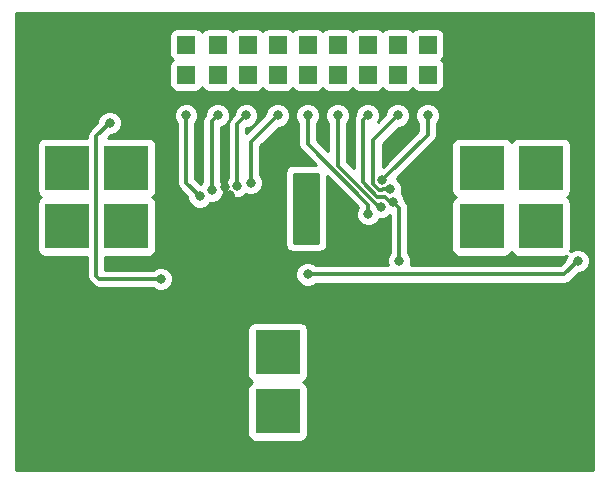
<source format=gbr>
G04 #@! TF.GenerationSoftware,KiCad,Pcbnew,(2017-02-05 revision 431abcf)-makepkg*
G04 #@! TF.CreationDate,2017-06-05T07:43:53+02:00*
G04 #@! TF.ProjectId,DIG4SWHI01A,44494734535748493031412E6B696361,rev?*
G04 #@! TF.FileFunction,Copper,L1,Top,Signal*
G04 #@! TF.FilePolarity,Positive*
%FSLAX46Y46*%
G04 Gerber Fmt 4.6, Leading zero omitted, Abs format (unit mm)*
G04 Created by KiCad (PCBNEW (2017-02-05 revision 431abcf)-makepkg) date 06/05/17 07:43:53*
%MOMM*%
%LPD*%
G01*
G04 APERTURE LIST*
%ADD10C,1.300000*%
%ADD11C,0.500000*%
%ADD12R,1.524000X1.524000*%
%ADD13C,6.000000*%
%ADD14R,3.810000X3.810000*%
%ADD15C,0.800000*%
%ADD16C,0.250000*%
%ADD17C,0.300000*%
%ADD18C,0.254000*%
G04 APERTURE END LIST*
D10*
D11*
X24927000Y22630000D03*
X24927000Y23630000D03*
X24927000Y24630000D03*
X24927000Y25630000D03*
X26127000Y25630000D03*
X26127000Y24630000D03*
X26127000Y23630000D03*
X26127000Y22630000D03*
D12*
X30734000Y34417000D03*
X30734000Y36957000D03*
D13*
X5080000Y5080000D03*
X45720000Y5080000D03*
X45720000Y35560000D03*
X5080000Y35560000D03*
D12*
X18034000Y34417000D03*
X18034000Y36957000D03*
X23114000Y36957000D03*
X23114000Y34417000D03*
X35814000Y34417000D03*
X35814000Y36957000D03*
X28194000Y36957000D03*
X28194000Y34417000D03*
X33274000Y36957000D03*
X33274000Y34417000D03*
X25654000Y34417000D03*
X25654000Y36957000D03*
X15367000Y34417000D03*
X15367000Y36957000D03*
X20574000Y36957000D03*
X20574000Y34417000D03*
X3175000Y11430000D03*
X3175000Y13970000D03*
D14*
X23114000Y10922000D03*
X23114000Y5922000D03*
X18034000Y5922000D03*
X18034000Y10922000D03*
X5287000Y21590000D03*
X10287000Y21590000D03*
X5287000Y26543000D03*
X10287000Y26543000D03*
X40386000Y26543000D03*
X45386000Y26543000D03*
X40386000Y21590000D03*
X45386000Y21590000D03*
X13081000Y5922000D03*
X13081000Y10922000D03*
X28194000Y10922000D03*
X28194000Y5922000D03*
X33274000Y5922000D03*
X33274000Y10922000D03*
X38354000Y10922000D03*
X38354000Y5922000D03*
D15*
X24638000Y27432000D03*
X23622000Y27432000D03*
X24130000Y28702000D03*
X22860000Y28702000D03*
X37592000Y30734000D03*
X37592000Y32004000D03*
X37592000Y33020000D03*
X37592000Y34036000D03*
X37592000Y35052000D03*
X37592000Y36068000D03*
X11684000Y38354000D03*
X10414000Y38354000D03*
X9144000Y38354000D03*
X9144000Y37084000D03*
X9144000Y35814000D03*
X9144000Y34544000D03*
X9144000Y33274000D03*
X9144000Y32004000D03*
X10414000Y8382000D03*
X10414000Y9906000D03*
X10414000Y11176000D03*
X9906000Y12700000D03*
X41148000Y9144000D03*
X41148000Y10414000D03*
X41148000Y11684000D03*
X41402000Y12954000D03*
X29210000Y19050000D03*
X40386000Y13970000D03*
X39116000Y13970000D03*
X38100000Y13970000D03*
X37084000Y13970000D03*
X35814000Y13970000D03*
X34544000Y13970000D03*
X33274000Y13970000D03*
X32004000Y13970000D03*
X30734000Y13970000D03*
X29464000Y13970000D03*
X28194000Y13970000D03*
X15875000Y13969998D03*
X14732000Y13969994D03*
X19431000Y13970000D03*
X18161000Y13970000D03*
X17018000Y13970000D03*
X13716000Y13970000D03*
X12446000Y13970000D03*
X11176000Y13970000D03*
X19044814Y24250777D03*
X18669000Y24892000D03*
X25654000Y17526000D03*
X24892000Y20574000D03*
X25908000Y21590000D03*
X24892000Y21590000D03*
X48514000Y18669000D03*
X13208000Y17145000D03*
X8890000Y30353000D03*
X32893000Y23637987D03*
X33401000Y18669000D03*
X30734000Y30988000D03*
X20828000Y25273006D03*
X23114000Y30988000D03*
X31959985Y25506802D03*
X35814000Y30988000D03*
X31877000Y23240998D03*
X28194000Y30988000D03*
X32639000Y24765000D03*
X33274000Y30988000D03*
X25654000Y30988000D03*
X30787228Y22630000D03*
X15367000Y30988000D03*
X16510000Y24130000D03*
X20447000Y30988006D03*
X19685000Y25019000D03*
X18034000Y30988000D03*
X17526000Y24638000D03*
D16*
X23622000Y27432000D02*
X24638000Y27432000D01*
X22860000Y28702000D02*
X24130000Y28702000D01*
X37592000Y32004000D02*
X37592000Y30734000D01*
X37592000Y34036000D02*
X37592000Y33020000D01*
X37592000Y36068000D02*
X37592000Y35052000D01*
X10414000Y38354000D02*
X11684000Y38354000D01*
X9144000Y37084000D02*
X9144000Y38354000D01*
X9144000Y34544000D02*
X9144000Y35814000D01*
X9144000Y32004000D02*
X9144000Y33274000D01*
X10414000Y9906000D02*
X10414000Y8382000D01*
X9906000Y12700000D02*
X9906000Y11684000D01*
X9906000Y11684000D02*
X10414000Y11176000D01*
X41148000Y10414000D02*
X41148000Y9144000D01*
X41402000Y12954000D02*
X41402000Y11938000D01*
X41402000Y11938000D02*
X41148000Y11684000D01*
X39116000Y13970000D02*
X40386000Y13970000D01*
X37084000Y13970000D02*
X38100000Y13970000D01*
X34544000Y13970000D02*
X35814000Y13970000D01*
X32004000Y13970000D02*
X33274000Y13970000D01*
X29464000Y13970000D02*
X30734000Y13970000D01*
X28194000Y10922000D02*
X28194000Y13970000D01*
X15874996Y13969994D02*
X15875000Y13969998D01*
X14732000Y13969994D02*
X15874996Y13969994D01*
X17018000Y13970000D02*
X18161000Y13970000D01*
X12446000Y13970000D02*
X13716000Y13970000D01*
X13081000Y10922000D02*
X13081000Y13077000D01*
X13081000Y13077000D02*
X12188000Y13970000D01*
X12188000Y13970000D02*
X11176000Y13970000D01*
D17*
X18669000Y24892000D02*
X18669000Y24626591D01*
X18669000Y24626591D02*
X19044814Y24250777D01*
X26219685Y17526000D02*
X25654000Y17526000D01*
X47371000Y17526000D02*
X26219685Y17526000D01*
X48514000Y18669000D02*
X47371000Y17526000D01*
D16*
X24892000Y21590000D02*
X25908000Y21590000D01*
D17*
X7747000Y17399000D02*
X8001000Y17145000D01*
X8001000Y17145000D02*
X13208000Y17145000D01*
X7747000Y29210000D02*
X7747000Y17399000D01*
X8890000Y30353000D02*
X7747000Y29210000D01*
X32175994Y24118002D02*
X32656009Y23637987D01*
X33401000Y23129987D02*
X33292999Y23237988D01*
X33292999Y23237988D02*
X32893000Y23637987D01*
X33401000Y18669000D02*
X33401000Y23129987D01*
X32656009Y23637987D02*
X32893000Y23637987D01*
X30334001Y25309243D02*
X31525242Y24118002D01*
X31525242Y24118002D02*
X32175994Y24118002D01*
X30734000Y30988000D02*
X30334001Y30588001D01*
X30334001Y30588001D02*
X30334001Y25309243D01*
X20828000Y25838691D02*
X20828000Y25273006D01*
X20828000Y28702000D02*
X20828000Y25838691D01*
X23114000Y30988000D02*
X20828000Y28702000D01*
X35814000Y29360817D02*
X32359984Y25906801D01*
X35814000Y30988000D02*
X35814000Y29360817D01*
X32359984Y25906801D02*
X31959985Y25506802D01*
X28194000Y30988000D02*
X28194000Y26742122D01*
X31695124Y23240998D02*
X31877000Y23240998D01*
X28194000Y26742122D02*
X31695124Y23240998D01*
X32073315Y24765000D02*
X32639000Y24765000D01*
X31712366Y24638000D02*
X31946315Y24638000D01*
X31946315Y24638000D02*
X32073315Y24765000D01*
X33274000Y30988000D02*
X31209975Y28923975D01*
X31209975Y28923975D02*
X31209975Y25140391D01*
X31209975Y25140391D02*
X31712366Y24638000D01*
X30787228Y23441772D02*
X25654000Y28575000D01*
X25654000Y28575000D02*
X25654000Y30988000D01*
X30787228Y22630000D02*
X30787228Y23441772D01*
X15367000Y30422315D02*
X15367000Y30988000D01*
X15367000Y25273000D02*
X15367000Y30422315D01*
X16510000Y24130000D02*
X15367000Y25273000D01*
X19685000Y30226006D02*
X20047001Y30588007D01*
X19685000Y25019000D02*
X19685000Y30226006D01*
X20047001Y30588007D02*
X20447000Y30988006D01*
X17634001Y30588001D02*
X18034000Y30988000D01*
X17526000Y30480000D02*
X17634001Y30588001D01*
X17526000Y24638000D02*
X17526000Y30480000D01*
D18*
G36*
X49836000Y964000D02*
X964000Y964000D01*
X964000Y12827000D01*
X20561560Y12827000D01*
X20561560Y9017000D01*
X20610843Y8769235D01*
X20751191Y8559191D01*
X20956510Y8422000D01*
X20751191Y8284809D01*
X20610843Y8074765D01*
X20561560Y7827000D01*
X20561560Y4017000D01*
X20610843Y3769235D01*
X20751191Y3559191D01*
X20961235Y3418843D01*
X21209000Y3369560D01*
X25019000Y3369560D01*
X25266765Y3418843D01*
X25476809Y3559191D01*
X25617157Y3769235D01*
X25666440Y4017000D01*
X25666440Y7827000D01*
X25617157Y8074765D01*
X25476809Y8284809D01*
X25271490Y8422000D01*
X25476809Y8559191D01*
X25617157Y8769235D01*
X25666440Y9017000D01*
X25666440Y12827000D01*
X25617157Y13074765D01*
X25476809Y13284809D01*
X25266765Y13425157D01*
X25019000Y13474440D01*
X21209000Y13474440D01*
X20961235Y13425157D01*
X20751191Y13284809D01*
X20610843Y13074765D01*
X20561560Y12827000D01*
X964000Y12827000D01*
X964000Y28448000D01*
X2734560Y28448000D01*
X2734560Y24638000D01*
X2783843Y24390235D01*
X2924191Y24180191D01*
X3094340Y24066500D01*
X2924191Y23952809D01*
X2783843Y23742765D01*
X2734560Y23495000D01*
X2734560Y19685000D01*
X2783843Y19437235D01*
X2924191Y19227191D01*
X3134235Y19086843D01*
X3382000Y19037560D01*
X6962000Y19037560D01*
X6962000Y17399000D01*
X7021755Y17098593D01*
X7191921Y16843921D01*
X7445921Y16589921D01*
X7700593Y16419755D01*
X8001000Y16360000D01*
X12529195Y16360000D01*
X12620954Y16268081D01*
X13001223Y16110180D01*
X13412971Y16109821D01*
X13793515Y16267058D01*
X14084919Y16557954D01*
X14242820Y16938223D01*
X14243179Y17349971D01*
X14085942Y17730515D01*
X13795046Y18021919D01*
X13414777Y18179820D01*
X13003029Y18180179D01*
X12622485Y18022942D01*
X12529381Y17930000D01*
X8532000Y17930000D01*
X8532000Y19037560D01*
X12192000Y19037560D01*
X12439765Y19086843D01*
X12649809Y19227191D01*
X12790157Y19437235D01*
X12839440Y19685000D01*
X12839440Y23495000D01*
X12790157Y23742765D01*
X12649809Y23952809D01*
X12479660Y24066500D01*
X12649809Y24180191D01*
X12790157Y24390235D01*
X12839440Y24638000D01*
X12839440Y28448000D01*
X12790157Y28695765D01*
X12649809Y28905809D01*
X12439765Y29046157D01*
X12192000Y29095440D01*
X8742598Y29095440D01*
X8965092Y29317934D01*
X9094971Y29317821D01*
X9475515Y29475058D01*
X9766919Y29765954D01*
X9924820Y30146223D01*
X9925179Y30557971D01*
X9832188Y30783029D01*
X14331821Y30783029D01*
X14489058Y30402485D01*
X14582000Y30309381D01*
X14582000Y25273000D01*
X14641755Y24972593D01*
X14811921Y24717921D01*
X15474934Y24054908D01*
X15474821Y23925029D01*
X15632058Y23544485D01*
X15922954Y23253081D01*
X16303223Y23095180D01*
X16714971Y23094821D01*
X17095515Y23252058D01*
X17386919Y23542954D01*
X17411893Y23603099D01*
X17730971Y23602821D01*
X18111515Y23760058D01*
X18402919Y24050954D01*
X18560820Y24431223D01*
X18561179Y24842971D01*
X18403942Y25223515D01*
X18311000Y25316619D01*
X18311000Y29982583D01*
X18619515Y30110058D01*
X18910919Y30400954D01*
X18956758Y30511348D01*
X18941158Y30432921D01*
X18900000Y30226006D01*
X18900000Y25697805D01*
X18808081Y25606046D01*
X18650180Y25225777D01*
X18649821Y24814029D01*
X18807058Y24433485D01*
X19097954Y24142081D01*
X19478223Y23984180D01*
X19889971Y23983821D01*
X20270515Y24141058D01*
X20442256Y24312499D01*
X20621223Y24238186D01*
X21032971Y24237827D01*
X21413515Y24395064D01*
X21704919Y24685960D01*
X21862820Y25066229D01*
X21863179Y25477977D01*
X21705942Y25858521D01*
X21613000Y25951625D01*
X21613000Y26162000D01*
X23749000Y26162000D01*
X23749000Y20066000D01*
X23797336Y19822996D01*
X23934987Y19616987D01*
X24140996Y19479336D01*
X24384000Y19431000D01*
X26670000Y19431000D01*
X26913004Y19479336D01*
X27119013Y19616987D01*
X27256664Y19822996D01*
X27305000Y20066000D01*
X27305000Y25813842D01*
X29907811Y23211031D01*
X29752408Y22836777D01*
X29752049Y22425029D01*
X29909286Y22044485D01*
X30200182Y21753081D01*
X30580451Y21595180D01*
X30992199Y21594821D01*
X31372743Y21752058D01*
X31664147Y22042954D01*
X31731901Y22206124D01*
X32081971Y22205819D01*
X32462515Y22363056D01*
X32616000Y22516273D01*
X32616000Y19347805D01*
X32524081Y19256046D01*
X32366180Y18875777D01*
X32365821Y18464029D01*
X32429051Y18311000D01*
X26332805Y18311000D01*
X26241046Y18402919D01*
X25860777Y18560820D01*
X25449029Y18561179D01*
X25068485Y18403942D01*
X24777081Y18113046D01*
X24619180Y17732777D01*
X24618821Y17321029D01*
X24776058Y16940485D01*
X25066954Y16649081D01*
X25447223Y16491180D01*
X25858971Y16490821D01*
X26239515Y16648058D01*
X26332619Y16741000D01*
X47371000Y16741000D01*
X47671407Y16800755D01*
X47926079Y16970921D01*
X48589092Y17633934D01*
X48718971Y17633821D01*
X49099515Y17791058D01*
X49390919Y18081954D01*
X49548820Y18462223D01*
X49549179Y18873971D01*
X49391942Y19254515D01*
X49101046Y19545919D01*
X48720777Y19703820D01*
X48309029Y19704179D01*
X47928485Y19546942D01*
X47906642Y19525137D01*
X47938440Y19685000D01*
X47938440Y23495000D01*
X47889157Y23742765D01*
X47748809Y23952809D01*
X47578660Y24066500D01*
X47748809Y24180191D01*
X47889157Y24390235D01*
X47938440Y24638000D01*
X47938440Y28448000D01*
X47889157Y28695765D01*
X47748809Y28905809D01*
X47538765Y29046157D01*
X47291000Y29095440D01*
X43481000Y29095440D01*
X43233235Y29046157D01*
X43023191Y28905809D01*
X42886000Y28700490D01*
X42748809Y28905809D01*
X42538765Y29046157D01*
X42291000Y29095440D01*
X38481000Y29095440D01*
X38233235Y29046157D01*
X38023191Y28905809D01*
X37882843Y28695765D01*
X37833560Y28448000D01*
X37833560Y24638000D01*
X37882843Y24390235D01*
X38023191Y24180191D01*
X38193340Y24066500D01*
X38023191Y23952809D01*
X37882843Y23742765D01*
X37833560Y23495000D01*
X37833560Y19685000D01*
X37882843Y19437235D01*
X38023191Y19227191D01*
X38233235Y19086843D01*
X38481000Y19037560D01*
X42291000Y19037560D01*
X42538765Y19086843D01*
X42748809Y19227191D01*
X42886000Y19432510D01*
X43023191Y19227191D01*
X43233235Y19086843D01*
X43481000Y19037560D01*
X47291000Y19037560D01*
X47538765Y19086843D01*
X47577596Y19112789D01*
X47479180Y18875777D01*
X47479065Y18744223D01*
X47045842Y18311000D01*
X34373027Y18311000D01*
X34435820Y18462223D01*
X34436179Y18873971D01*
X34278942Y19254515D01*
X34186000Y19347619D01*
X34186000Y23129987D01*
X34126245Y23430393D01*
X33956079Y23685066D01*
X33956076Y23685068D01*
X33928066Y23713079D01*
X33928179Y23842958D01*
X33770942Y24223502D01*
X33604193Y24390542D01*
X33673820Y24558223D01*
X33674179Y24969971D01*
X33516942Y25350515D01*
X33226046Y25641919D01*
X33211359Y25648018D01*
X36369079Y28805738D01*
X36539245Y29060410D01*
X36599000Y29360817D01*
X36599000Y30309195D01*
X36690919Y30400954D01*
X36848820Y30781223D01*
X36849179Y31192971D01*
X36691942Y31573515D01*
X36401046Y31864919D01*
X36020777Y32022820D01*
X35609029Y32023179D01*
X35228485Y31865942D01*
X34937081Y31575046D01*
X34779180Y31194777D01*
X34778821Y30783029D01*
X34936058Y30402485D01*
X35029000Y30309381D01*
X35029000Y29685975D01*
X31994975Y26651950D01*
X31994975Y28598817D01*
X33349092Y29952934D01*
X33478971Y29952821D01*
X33859515Y30110058D01*
X34150919Y30400954D01*
X34308820Y30781223D01*
X34309179Y31192971D01*
X34151942Y31573515D01*
X33861046Y31864919D01*
X33480777Y32022820D01*
X33069029Y32023179D01*
X32688485Y31865942D01*
X32397081Y31575046D01*
X32239180Y31194777D01*
X32239065Y31063223D01*
X31635149Y30459307D01*
X31768820Y30781223D01*
X31769179Y31192971D01*
X31611942Y31573515D01*
X31321046Y31864919D01*
X30940777Y32022820D01*
X30529029Y32023179D01*
X30148485Y31865942D01*
X29857081Y31575046D01*
X29699180Y31194777D01*
X29699031Y31023514D01*
X29608756Y30888408D01*
X29587408Y30781085D01*
X29549001Y30588001D01*
X29549001Y26497279D01*
X28979000Y27067280D01*
X28979000Y30309195D01*
X29070919Y30400954D01*
X29228820Y30781223D01*
X29229179Y31192971D01*
X29071942Y31573515D01*
X28781046Y31864919D01*
X28400777Y32022820D01*
X27989029Y32023179D01*
X27608485Y31865942D01*
X27317081Y31575046D01*
X27159180Y31194777D01*
X27158821Y30783029D01*
X27316058Y30402485D01*
X27409000Y30309381D01*
X27409000Y27930158D01*
X26439000Y28900158D01*
X26439000Y30309195D01*
X26530919Y30400954D01*
X26688820Y30781223D01*
X26689179Y31192971D01*
X26531942Y31573515D01*
X26241046Y31864919D01*
X25860777Y32022820D01*
X25449029Y32023179D01*
X25068485Y31865942D01*
X24777081Y31575046D01*
X24619180Y31194777D01*
X24618821Y30783029D01*
X24776058Y30402485D01*
X24869000Y30309381D01*
X24869000Y28575000D01*
X24928755Y28274593D01*
X25098921Y28019921D01*
X26321842Y26797000D01*
X24384000Y26797000D01*
X24140996Y26748664D01*
X23934987Y26611013D01*
X23797336Y26405004D01*
X23749000Y26162000D01*
X21613000Y26162000D01*
X21613000Y28376842D01*
X23189092Y29952934D01*
X23318971Y29952821D01*
X23699515Y30110058D01*
X23990919Y30400954D01*
X24148820Y30781223D01*
X24149179Y31192971D01*
X23991942Y31573515D01*
X23701046Y31864919D01*
X23320777Y32022820D01*
X22909029Y32023179D01*
X22528485Y31865942D01*
X22237081Y31575046D01*
X22079180Y31194777D01*
X22079065Y31063223D01*
X20470000Y29454158D01*
X20470000Y29900848D01*
X20522092Y29952940D01*
X20651971Y29952827D01*
X21032515Y30110064D01*
X21323919Y30400960D01*
X21481820Y30781229D01*
X21482179Y31192977D01*
X21324942Y31573521D01*
X21034046Y31864925D01*
X20653777Y32022826D01*
X20242029Y32023185D01*
X19861485Y31865948D01*
X19570081Y31575052D01*
X19412180Y31194783D01*
X19412065Y31063229D01*
X19129921Y30781085D01*
X18968364Y30539297D01*
X19068820Y30781223D01*
X19069179Y31192971D01*
X18911942Y31573515D01*
X18621046Y31864919D01*
X18240777Y32022820D01*
X17829029Y32023179D01*
X17448485Y31865942D01*
X17157081Y31575046D01*
X16999180Y31194777D01*
X16999065Y31063223D01*
X16970921Y31035079D01*
X16800755Y30780407D01*
X16750232Y30526413D01*
X16741000Y30480000D01*
X16741000Y25316805D01*
X16649081Y25225046D01*
X16624107Y25164901D01*
X16585223Y25164935D01*
X16152000Y25598158D01*
X16152000Y30309195D01*
X16243919Y30400954D01*
X16401820Y30781223D01*
X16402179Y31192971D01*
X16244942Y31573515D01*
X15954046Y31864919D01*
X15573777Y32022820D01*
X15162029Y32023179D01*
X14781485Y31865942D01*
X14490081Y31575046D01*
X14332180Y31194777D01*
X14331821Y30783029D01*
X9832188Y30783029D01*
X9767942Y30938515D01*
X9477046Y31229919D01*
X9096777Y31387820D01*
X8685029Y31388179D01*
X8304485Y31230942D01*
X8013081Y30940046D01*
X7855180Y30559777D01*
X7855065Y30428223D01*
X7191921Y29765079D01*
X7021755Y29510407D01*
X6983447Y29317821D01*
X6962000Y29210000D01*
X6962000Y29095440D01*
X3382000Y29095440D01*
X3134235Y29046157D01*
X2924191Y28905809D01*
X2783843Y28695765D01*
X2734560Y28448000D01*
X964000Y28448000D01*
X964000Y37719000D01*
X13957560Y37719000D01*
X13957560Y36195000D01*
X14006843Y35947235D01*
X14147191Y35737191D01*
X14222307Y35687000D01*
X14147191Y35636809D01*
X14006843Y35426765D01*
X13957560Y35179000D01*
X13957560Y33655000D01*
X14006843Y33407235D01*
X14147191Y33197191D01*
X14357235Y33056843D01*
X14605000Y33007560D01*
X16129000Y33007560D01*
X16376765Y33056843D01*
X16586809Y33197191D01*
X16700500Y33367340D01*
X16814191Y33197191D01*
X17024235Y33056843D01*
X17272000Y33007560D01*
X18796000Y33007560D01*
X19043765Y33056843D01*
X19253809Y33197191D01*
X19304000Y33272307D01*
X19354191Y33197191D01*
X19564235Y33056843D01*
X19812000Y33007560D01*
X21336000Y33007560D01*
X21583765Y33056843D01*
X21793809Y33197191D01*
X21844000Y33272307D01*
X21894191Y33197191D01*
X22104235Y33056843D01*
X22352000Y33007560D01*
X23876000Y33007560D01*
X24123765Y33056843D01*
X24333809Y33197191D01*
X24384000Y33272307D01*
X24434191Y33197191D01*
X24644235Y33056843D01*
X24892000Y33007560D01*
X26416000Y33007560D01*
X26663765Y33056843D01*
X26873809Y33197191D01*
X26924000Y33272307D01*
X26974191Y33197191D01*
X27184235Y33056843D01*
X27432000Y33007560D01*
X28956000Y33007560D01*
X29203765Y33056843D01*
X29413809Y33197191D01*
X29464000Y33272307D01*
X29514191Y33197191D01*
X29724235Y33056843D01*
X29972000Y33007560D01*
X31496000Y33007560D01*
X31743765Y33056843D01*
X31953809Y33197191D01*
X32004000Y33272307D01*
X32054191Y33197191D01*
X32264235Y33056843D01*
X32512000Y33007560D01*
X34036000Y33007560D01*
X34283765Y33056843D01*
X34493809Y33197191D01*
X34544000Y33272307D01*
X34594191Y33197191D01*
X34804235Y33056843D01*
X35052000Y33007560D01*
X36576000Y33007560D01*
X36823765Y33056843D01*
X37033809Y33197191D01*
X37174157Y33407235D01*
X37223440Y33655000D01*
X37223440Y35179000D01*
X37174157Y35426765D01*
X37033809Y35636809D01*
X36958693Y35687000D01*
X37033809Y35737191D01*
X37174157Y35947235D01*
X37223440Y36195000D01*
X37223440Y37719000D01*
X37174157Y37966765D01*
X37033809Y38176809D01*
X36823765Y38317157D01*
X36576000Y38366440D01*
X35052000Y38366440D01*
X34804235Y38317157D01*
X34594191Y38176809D01*
X34544000Y38101693D01*
X34493809Y38176809D01*
X34283765Y38317157D01*
X34036000Y38366440D01*
X32512000Y38366440D01*
X32264235Y38317157D01*
X32054191Y38176809D01*
X32004000Y38101693D01*
X31953809Y38176809D01*
X31743765Y38317157D01*
X31496000Y38366440D01*
X29972000Y38366440D01*
X29724235Y38317157D01*
X29514191Y38176809D01*
X29464000Y38101693D01*
X29413809Y38176809D01*
X29203765Y38317157D01*
X28956000Y38366440D01*
X27432000Y38366440D01*
X27184235Y38317157D01*
X26974191Y38176809D01*
X26924000Y38101693D01*
X26873809Y38176809D01*
X26663765Y38317157D01*
X26416000Y38366440D01*
X24892000Y38366440D01*
X24644235Y38317157D01*
X24434191Y38176809D01*
X24384000Y38101693D01*
X24333809Y38176809D01*
X24123765Y38317157D01*
X23876000Y38366440D01*
X22352000Y38366440D01*
X22104235Y38317157D01*
X21894191Y38176809D01*
X21844000Y38101693D01*
X21793809Y38176809D01*
X21583765Y38317157D01*
X21336000Y38366440D01*
X19812000Y38366440D01*
X19564235Y38317157D01*
X19354191Y38176809D01*
X19304000Y38101693D01*
X19253809Y38176809D01*
X19043765Y38317157D01*
X18796000Y38366440D01*
X17272000Y38366440D01*
X17024235Y38317157D01*
X16814191Y38176809D01*
X16700500Y38006660D01*
X16586809Y38176809D01*
X16376765Y38317157D01*
X16129000Y38366440D01*
X14605000Y38366440D01*
X14357235Y38317157D01*
X14147191Y38176809D01*
X14006843Y37966765D01*
X13957560Y37719000D01*
X964000Y37719000D01*
X964000Y39676000D01*
X49836000Y39676000D01*
X49836000Y964000D01*
X49836000Y964000D01*
G37*
X49836000Y964000D02*
X964000Y964000D01*
X964000Y12827000D01*
X20561560Y12827000D01*
X20561560Y9017000D01*
X20610843Y8769235D01*
X20751191Y8559191D01*
X20956510Y8422000D01*
X20751191Y8284809D01*
X20610843Y8074765D01*
X20561560Y7827000D01*
X20561560Y4017000D01*
X20610843Y3769235D01*
X20751191Y3559191D01*
X20961235Y3418843D01*
X21209000Y3369560D01*
X25019000Y3369560D01*
X25266765Y3418843D01*
X25476809Y3559191D01*
X25617157Y3769235D01*
X25666440Y4017000D01*
X25666440Y7827000D01*
X25617157Y8074765D01*
X25476809Y8284809D01*
X25271490Y8422000D01*
X25476809Y8559191D01*
X25617157Y8769235D01*
X25666440Y9017000D01*
X25666440Y12827000D01*
X25617157Y13074765D01*
X25476809Y13284809D01*
X25266765Y13425157D01*
X25019000Y13474440D01*
X21209000Y13474440D01*
X20961235Y13425157D01*
X20751191Y13284809D01*
X20610843Y13074765D01*
X20561560Y12827000D01*
X964000Y12827000D01*
X964000Y28448000D01*
X2734560Y28448000D01*
X2734560Y24638000D01*
X2783843Y24390235D01*
X2924191Y24180191D01*
X3094340Y24066500D01*
X2924191Y23952809D01*
X2783843Y23742765D01*
X2734560Y23495000D01*
X2734560Y19685000D01*
X2783843Y19437235D01*
X2924191Y19227191D01*
X3134235Y19086843D01*
X3382000Y19037560D01*
X6962000Y19037560D01*
X6962000Y17399000D01*
X7021755Y17098593D01*
X7191921Y16843921D01*
X7445921Y16589921D01*
X7700593Y16419755D01*
X8001000Y16360000D01*
X12529195Y16360000D01*
X12620954Y16268081D01*
X13001223Y16110180D01*
X13412971Y16109821D01*
X13793515Y16267058D01*
X14084919Y16557954D01*
X14242820Y16938223D01*
X14243179Y17349971D01*
X14085942Y17730515D01*
X13795046Y18021919D01*
X13414777Y18179820D01*
X13003029Y18180179D01*
X12622485Y18022942D01*
X12529381Y17930000D01*
X8532000Y17930000D01*
X8532000Y19037560D01*
X12192000Y19037560D01*
X12439765Y19086843D01*
X12649809Y19227191D01*
X12790157Y19437235D01*
X12839440Y19685000D01*
X12839440Y23495000D01*
X12790157Y23742765D01*
X12649809Y23952809D01*
X12479660Y24066500D01*
X12649809Y24180191D01*
X12790157Y24390235D01*
X12839440Y24638000D01*
X12839440Y28448000D01*
X12790157Y28695765D01*
X12649809Y28905809D01*
X12439765Y29046157D01*
X12192000Y29095440D01*
X8742598Y29095440D01*
X8965092Y29317934D01*
X9094971Y29317821D01*
X9475515Y29475058D01*
X9766919Y29765954D01*
X9924820Y30146223D01*
X9925179Y30557971D01*
X9832188Y30783029D01*
X14331821Y30783029D01*
X14489058Y30402485D01*
X14582000Y30309381D01*
X14582000Y25273000D01*
X14641755Y24972593D01*
X14811921Y24717921D01*
X15474934Y24054908D01*
X15474821Y23925029D01*
X15632058Y23544485D01*
X15922954Y23253081D01*
X16303223Y23095180D01*
X16714971Y23094821D01*
X17095515Y23252058D01*
X17386919Y23542954D01*
X17411893Y23603099D01*
X17730971Y23602821D01*
X18111515Y23760058D01*
X18402919Y24050954D01*
X18560820Y24431223D01*
X18561179Y24842971D01*
X18403942Y25223515D01*
X18311000Y25316619D01*
X18311000Y29982583D01*
X18619515Y30110058D01*
X18910919Y30400954D01*
X18956758Y30511348D01*
X18941158Y30432921D01*
X18900000Y30226006D01*
X18900000Y25697805D01*
X18808081Y25606046D01*
X18650180Y25225777D01*
X18649821Y24814029D01*
X18807058Y24433485D01*
X19097954Y24142081D01*
X19478223Y23984180D01*
X19889971Y23983821D01*
X20270515Y24141058D01*
X20442256Y24312499D01*
X20621223Y24238186D01*
X21032971Y24237827D01*
X21413515Y24395064D01*
X21704919Y24685960D01*
X21862820Y25066229D01*
X21863179Y25477977D01*
X21705942Y25858521D01*
X21613000Y25951625D01*
X21613000Y26162000D01*
X23749000Y26162000D01*
X23749000Y20066000D01*
X23797336Y19822996D01*
X23934987Y19616987D01*
X24140996Y19479336D01*
X24384000Y19431000D01*
X26670000Y19431000D01*
X26913004Y19479336D01*
X27119013Y19616987D01*
X27256664Y19822996D01*
X27305000Y20066000D01*
X27305000Y25813842D01*
X29907811Y23211031D01*
X29752408Y22836777D01*
X29752049Y22425029D01*
X29909286Y22044485D01*
X30200182Y21753081D01*
X30580451Y21595180D01*
X30992199Y21594821D01*
X31372743Y21752058D01*
X31664147Y22042954D01*
X31731901Y22206124D01*
X32081971Y22205819D01*
X32462515Y22363056D01*
X32616000Y22516273D01*
X32616000Y19347805D01*
X32524081Y19256046D01*
X32366180Y18875777D01*
X32365821Y18464029D01*
X32429051Y18311000D01*
X26332805Y18311000D01*
X26241046Y18402919D01*
X25860777Y18560820D01*
X25449029Y18561179D01*
X25068485Y18403942D01*
X24777081Y18113046D01*
X24619180Y17732777D01*
X24618821Y17321029D01*
X24776058Y16940485D01*
X25066954Y16649081D01*
X25447223Y16491180D01*
X25858971Y16490821D01*
X26239515Y16648058D01*
X26332619Y16741000D01*
X47371000Y16741000D01*
X47671407Y16800755D01*
X47926079Y16970921D01*
X48589092Y17633934D01*
X48718971Y17633821D01*
X49099515Y17791058D01*
X49390919Y18081954D01*
X49548820Y18462223D01*
X49549179Y18873971D01*
X49391942Y19254515D01*
X49101046Y19545919D01*
X48720777Y19703820D01*
X48309029Y19704179D01*
X47928485Y19546942D01*
X47906642Y19525137D01*
X47938440Y19685000D01*
X47938440Y23495000D01*
X47889157Y23742765D01*
X47748809Y23952809D01*
X47578660Y24066500D01*
X47748809Y24180191D01*
X47889157Y24390235D01*
X47938440Y24638000D01*
X47938440Y28448000D01*
X47889157Y28695765D01*
X47748809Y28905809D01*
X47538765Y29046157D01*
X47291000Y29095440D01*
X43481000Y29095440D01*
X43233235Y29046157D01*
X43023191Y28905809D01*
X42886000Y28700490D01*
X42748809Y28905809D01*
X42538765Y29046157D01*
X42291000Y29095440D01*
X38481000Y29095440D01*
X38233235Y29046157D01*
X38023191Y28905809D01*
X37882843Y28695765D01*
X37833560Y28448000D01*
X37833560Y24638000D01*
X37882843Y24390235D01*
X38023191Y24180191D01*
X38193340Y24066500D01*
X38023191Y23952809D01*
X37882843Y23742765D01*
X37833560Y23495000D01*
X37833560Y19685000D01*
X37882843Y19437235D01*
X38023191Y19227191D01*
X38233235Y19086843D01*
X38481000Y19037560D01*
X42291000Y19037560D01*
X42538765Y19086843D01*
X42748809Y19227191D01*
X42886000Y19432510D01*
X43023191Y19227191D01*
X43233235Y19086843D01*
X43481000Y19037560D01*
X47291000Y19037560D01*
X47538765Y19086843D01*
X47577596Y19112789D01*
X47479180Y18875777D01*
X47479065Y18744223D01*
X47045842Y18311000D01*
X34373027Y18311000D01*
X34435820Y18462223D01*
X34436179Y18873971D01*
X34278942Y19254515D01*
X34186000Y19347619D01*
X34186000Y23129987D01*
X34126245Y23430393D01*
X33956079Y23685066D01*
X33956076Y23685068D01*
X33928066Y23713079D01*
X33928179Y23842958D01*
X33770942Y24223502D01*
X33604193Y24390542D01*
X33673820Y24558223D01*
X33674179Y24969971D01*
X33516942Y25350515D01*
X33226046Y25641919D01*
X33211359Y25648018D01*
X36369079Y28805738D01*
X36539245Y29060410D01*
X36599000Y29360817D01*
X36599000Y30309195D01*
X36690919Y30400954D01*
X36848820Y30781223D01*
X36849179Y31192971D01*
X36691942Y31573515D01*
X36401046Y31864919D01*
X36020777Y32022820D01*
X35609029Y32023179D01*
X35228485Y31865942D01*
X34937081Y31575046D01*
X34779180Y31194777D01*
X34778821Y30783029D01*
X34936058Y30402485D01*
X35029000Y30309381D01*
X35029000Y29685975D01*
X31994975Y26651950D01*
X31994975Y28598817D01*
X33349092Y29952934D01*
X33478971Y29952821D01*
X33859515Y30110058D01*
X34150919Y30400954D01*
X34308820Y30781223D01*
X34309179Y31192971D01*
X34151942Y31573515D01*
X33861046Y31864919D01*
X33480777Y32022820D01*
X33069029Y32023179D01*
X32688485Y31865942D01*
X32397081Y31575046D01*
X32239180Y31194777D01*
X32239065Y31063223D01*
X31635149Y30459307D01*
X31768820Y30781223D01*
X31769179Y31192971D01*
X31611942Y31573515D01*
X31321046Y31864919D01*
X30940777Y32022820D01*
X30529029Y32023179D01*
X30148485Y31865942D01*
X29857081Y31575046D01*
X29699180Y31194777D01*
X29699031Y31023514D01*
X29608756Y30888408D01*
X29587408Y30781085D01*
X29549001Y30588001D01*
X29549001Y26497279D01*
X28979000Y27067280D01*
X28979000Y30309195D01*
X29070919Y30400954D01*
X29228820Y30781223D01*
X29229179Y31192971D01*
X29071942Y31573515D01*
X28781046Y31864919D01*
X28400777Y32022820D01*
X27989029Y32023179D01*
X27608485Y31865942D01*
X27317081Y31575046D01*
X27159180Y31194777D01*
X27158821Y30783029D01*
X27316058Y30402485D01*
X27409000Y30309381D01*
X27409000Y27930158D01*
X26439000Y28900158D01*
X26439000Y30309195D01*
X26530919Y30400954D01*
X26688820Y30781223D01*
X26689179Y31192971D01*
X26531942Y31573515D01*
X26241046Y31864919D01*
X25860777Y32022820D01*
X25449029Y32023179D01*
X25068485Y31865942D01*
X24777081Y31575046D01*
X24619180Y31194777D01*
X24618821Y30783029D01*
X24776058Y30402485D01*
X24869000Y30309381D01*
X24869000Y28575000D01*
X24928755Y28274593D01*
X25098921Y28019921D01*
X26321842Y26797000D01*
X24384000Y26797000D01*
X24140996Y26748664D01*
X23934987Y26611013D01*
X23797336Y26405004D01*
X23749000Y26162000D01*
X21613000Y26162000D01*
X21613000Y28376842D01*
X23189092Y29952934D01*
X23318971Y29952821D01*
X23699515Y30110058D01*
X23990919Y30400954D01*
X24148820Y30781223D01*
X24149179Y31192971D01*
X23991942Y31573515D01*
X23701046Y31864919D01*
X23320777Y32022820D01*
X22909029Y32023179D01*
X22528485Y31865942D01*
X22237081Y31575046D01*
X22079180Y31194777D01*
X22079065Y31063223D01*
X20470000Y29454158D01*
X20470000Y29900848D01*
X20522092Y29952940D01*
X20651971Y29952827D01*
X21032515Y30110064D01*
X21323919Y30400960D01*
X21481820Y30781229D01*
X21482179Y31192977D01*
X21324942Y31573521D01*
X21034046Y31864925D01*
X20653777Y32022826D01*
X20242029Y32023185D01*
X19861485Y31865948D01*
X19570081Y31575052D01*
X19412180Y31194783D01*
X19412065Y31063229D01*
X19129921Y30781085D01*
X18968364Y30539297D01*
X19068820Y30781223D01*
X19069179Y31192971D01*
X18911942Y31573515D01*
X18621046Y31864919D01*
X18240777Y32022820D01*
X17829029Y32023179D01*
X17448485Y31865942D01*
X17157081Y31575046D01*
X16999180Y31194777D01*
X16999065Y31063223D01*
X16970921Y31035079D01*
X16800755Y30780407D01*
X16750232Y30526413D01*
X16741000Y30480000D01*
X16741000Y25316805D01*
X16649081Y25225046D01*
X16624107Y25164901D01*
X16585223Y25164935D01*
X16152000Y25598158D01*
X16152000Y30309195D01*
X16243919Y30400954D01*
X16401820Y30781223D01*
X16402179Y31192971D01*
X16244942Y31573515D01*
X15954046Y31864919D01*
X15573777Y32022820D01*
X15162029Y32023179D01*
X14781485Y31865942D01*
X14490081Y31575046D01*
X14332180Y31194777D01*
X14331821Y30783029D01*
X9832188Y30783029D01*
X9767942Y30938515D01*
X9477046Y31229919D01*
X9096777Y31387820D01*
X8685029Y31388179D01*
X8304485Y31230942D01*
X8013081Y30940046D01*
X7855180Y30559777D01*
X7855065Y30428223D01*
X7191921Y29765079D01*
X7021755Y29510407D01*
X6983447Y29317821D01*
X6962000Y29210000D01*
X6962000Y29095440D01*
X3382000Y29095440D01*
X3134235Y29046157D01*
X2924191Y28905809D01*
X2783843Y28695765D01*
X2734560Y28448000D01*
X964000Y28448000D01*
X964000Y37719000D01*
X13957560Y37719000D01*
X13957560Y36195000D01*
X14006843Y35947235D01*
X14147191Y35737191D01*
X14222307Y35687000D01*
X14147191Y35636809D01*
X14006843Y35426765D01*
X13957560Y35179000D01*
X13957560Y33655000D01*
X14006843Y33407235D01*
X14147191Y33197191D01*
X14357235Y33056843D01*
X14605000Y33007560D01*
X16129000Y33007560D01*
X16376765Y33056843D01*
X16586809Y33197191D01*
X16700500Y33367340D01*
X16814191Y33197191D01*
X17024235Y33056843D01*
X17272000Y33007560D01*
X18796000Y33007560D01*
X19043765Y33056843D01*
X19253809Y33197191D01*
X19304000Y33272307D01*
X19354191Y33197191D01*
X19564235Y33056843D01*
X19812000Y33007560D01*
X21336000Y33007560D01*
X21583765Y33056843D01*
X21793809Y33197191D01*
X21844000Y33272307D01*
X21894191Y33197191D01*
X22104235Y33056843D01*
X22352000Y33007560D01*
X23876000Y33007560D01*
X24123765Y33056843D01*
X24333809Y33197191D01*
X24384000Y33272307D01*
X24434191Y33197191D01*
X24644235Y33056843D01*
X24892000Y33007560D01*
X26416000Y33007560D01*
X26663765Y33056843D01*
X26873809Y33197191D01*
X26924000Y33272307D01*
X26974191Y33197191D01*
X27184235Y33056843D01*
X27432000Y33007560D01*
X28956000Y33007560D01*
X29203765Y33056843D01*
X29413809Y33197191D01*
X29464000Y33272307D01*
X29514191Y33197191D01*
X29724235Y33056843D01*
X29972000Y33007560D01*
X31496000Y33007560D01*
X31743765Y33056843D01*
X31953809Y33197191D01*
X32004000Y33272307D01*
X32054191Y33197191D01*
X32264235Y33056843D01*
X32512000Y33007560D01*
X34036000Y33007560D01*
X34283765Y33056843D01*
X34493809Y33197191D01*
X34544000Y33272307D01*
X34594191Y33197191D01*
X34804235Y33056843D01*
X35052000Y33007560D01*
X36576000Y33007560D01*
X36823765Y33056843D01*
X37033809Y33197191D01*
X37174157Y33407235D01*
X37223440Y33655000D01*
X37223440Y35179000D01*
X37174157Y35426765D01*
X37033809Y35636809D01*
X36958693Y35687000D01*
X37033809Y35737191D01*
X37174157Y35947235D01*
X37223440Y36195000D01*
X37223440Y37719000D01*
X37174157Y37966765D01*
X37033809Y38176809D01*
X36823765Y38317157D01*
X36576000Y38366440D01*
X35052000Y38366440D01*
X34804235Y38317157D01*
X34594191Y38176809D01*
X34544000Y38101693D01*
X34493809Y38176809D01*
X34283765Y38317157D01*
X34036000Y38366440D01*
X32512000Y38366440D01*
X32264235Y38317157D01*
X32054191Y38176809D01*
X32004000Y38101693D01*
X31953809Y38176809D01*
X31743765Y38317157D01*
X31496000Y38366440D01*
X29972000Y38366440D01*
X29724235Y38317157D01*
X29514191Y38176809D01*
X29464000Y38101693D01*
X29413809Y38176809D01*
X29203765Y38317157D01*
X28956000Y38366440D01*
X27432000Y38366440D01*
X27184235Y38317157D01*
X26974191Y38176809D01*
X26924000Y38101693D01*
X26873809Y38176809D01*
X26663765Y38317157D01*
X26416000Y38366440D01*
X24892000Y38366440D01*
X24644235Y38317157D01*
X24434191Y38176809D01*
X24384000Y38101693D01*
X24333809Y38176809D01*
X24123765Y38317157D01*
X23876000Y38366440D01*
X22352000Y38366440D01*
X22104235Y38317157D01*
X21894191Y38176809D01*
X21844000Y38101693D01*
X21793809Y38176809D01*
X21583765Y38317157D01*
X21336000Y38366440D01*
X19812000Y38366440D01*
X19564235Y38317157D01*
X19354191Y38176809D01*
X19304000Y38101693D01*
X19253809Y38176809D01*
X19043765Y38317157D01*
X18796000Y38366440D01*
X17272000Y38366440D01*
X17024235Y38317157D01*
X16814191Y38176809D01*
X16700500Y38006660D01*
X16586809Y38176809D01*
X16376765Y38317157D01*
X16129000Y38366440D01*
X14605000Y38366440D01*
X14357235Y38317157D01*
X14147191Y38176809D01*
X14006843Y37966765D01*
X13957560Y37719000D01*
X964000Y37719000D01*
X964000Y39676000D01*
X49836000Y39676000D01*
X49836000Y964000D01*
G36*
X26543000Y20193000D02*
X24511000Y20193000D01*
X24511000Y26035000D01*
X26543000Y26035000D01*
X26543000Y20193000D01*
X26543000Y20193000D01*
G37*
X26543000Y20193000D02*
X24511000Y20193000D01*
X24511000Y26035000D01*
X26543000Y26035000D01*
X26543000Y20193000D01*
M02*

</source>
